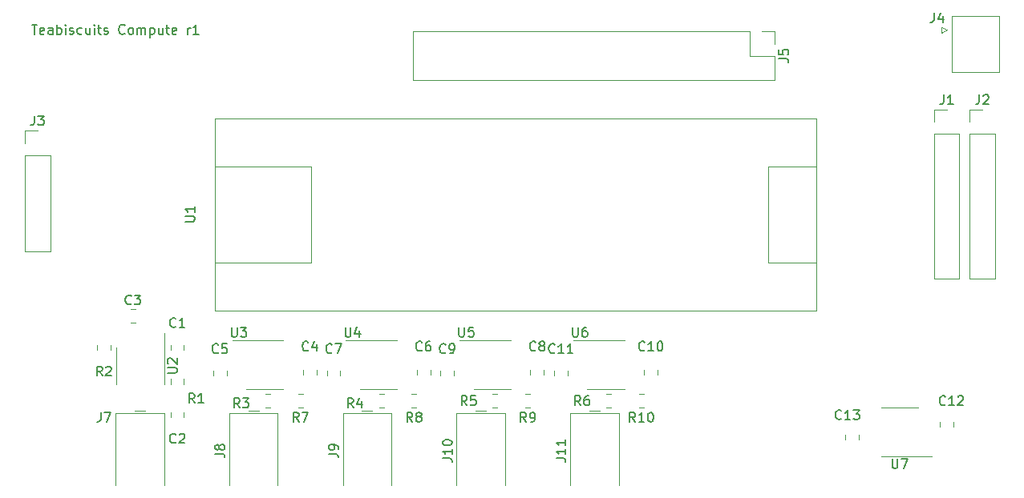
<source format=gto>
G04 #@! TF.GenerationSoftware,KiCad,Pcbnew,5.1.5*
G04 #@! TF.CreationDate,2020-07-14T01:00:17+09:00*
G04 #@! TF.ProjectId,teabiscuits_compute,74656162-6973-4637-9569-74735f636f6d,rev?*
G04 #@! TF.SameCoordinates,Original*
G04 #@! TF.FileFunction,Legend,Top*
G04 #@! TF.FilePolarity,Positive*
%FSLAX46Y46*%
G04 Gerber Fmt 4.6, Leading zero omitted, Abs format (unit mm)*
G04 Created by KiCad (PCBNEW 5.1.5) date 2020-07-14 01:00:17*
%MOMM*%
%LPD*%
G04 APERTURE LIST*
%ADD10C,0.150000*%
%ADD11C,0.120000*%
G04 APERTURE END LIST*
D10*
X112642857Y-99202380D02*
X113214285Y-99202380D01*
X112928571Y-100202380D02*
X112928571Y-99202380D01*
X113928571Y-100154761D02*
X113833333Y-100202380D01*
X113642857Y-100202380D01*
X113547619Y-100154761D01*
X113500000Y-100059523D01*
X113500000Y-99678571D01*
X113547619Y-99583333D01*
X113642857Y-99535714D01*
X113833333Y-99535714D01*
X113928571Y-99583333D01*
X113976190Y-99678571D01*
X113976190Y-99773809D01*
X113500000Y-99869047D01*
X114833333Y-100202380D02*
X114833333Y-99678571D01*
X114785714Y-99583333D01*
X114690476Y-99535714D01*
X114500000Y-99535714D01*
X114404761Y-99583333D01*
X114833333Y-100154761D02*
X114738095Y-100202380D01*
X114500000Y-100202380D01*
X114404761Y-100154761D01*
X114357142Y-100059523D01*
X114357142Y-99964285D01*
X114404761Y-99869047D01*
X114500000Y-99821428D01*
X114738095Y-99821428D01*
X114833333Y-99773809D01*
X115309523Y-100202380D02*
X115309523Y-99202380D01*
X115309523Y-99583333D02*
X115404761Y-99535714D01*
X115595238Y-99535714D01*
X115690476Y-99583333D01*
X115738095Y-99630952D01*
X115785714Y-99726190D01*
X115785714Y-100011904D01*
X115738095Y-100107142D01*
X115690476Y-100154761D01*
X115595238Y-100202380D01*
X115404761Y-100202380D01*
X115309523Y-100154761D01*
X116214285Y-100202380D02*
X116214285Y-99535714D01*
X116214285Y-99202380D02*
X116166666Y-99250000D01*
X116214285Y-99297619D01*
X116261904Y-99250000D01*
X116214285Y-99202380D01*
X116214285Y-99297619D01*
X116642857Y-100154761D02*
X116738095Y-100202380D01*
X116928571Y-100202380D01*
X117023809Y-100154761D01*
X117071428Y-100059523D01*
X117071428Y-100011904D01*
X117023809Y-99916666D01*
X116928571Y-99869047D01*
X116785714Y-99869047D01*
X116690476Y-99821428D01*
X116642857Y-99726190D01*
X116642857Y-99678571D01*
X116690476Y-99583333D01*
X116785714Y-99535714D01*
X116928571Y-99535714D01*
X117023809Y-99583333D01*
X117928571Y-100154761D02*
X117833333Y-100202380D01*
X117642857Y-100202380D01*
X117547619Y-100154761D01*
X117500000Y-100107142D01*
X117452380Y-100011904D01*
X117452380Y-99726190D01*
X117500000Y-99630952D01*
X117547619Y-99583333D01*
X117642857Y-99535714D01*
X117833333Y-99535714D01*
X117928571Y-99583333D01*
X118785714Y-99535714D02*
X118785714Y-100202380D01*
X118357142Y-99535714D02*
X118357142Y-100059523D01*
X118404761Y-100154761D01*
X118500000Y-100202380D01*
X118642857Y-100202380D01*
X118738095Y-100154761D01*
X118785714Y-100107142D01*
X119261904Y-100202380D02*
X119261904Y-99535714D01*
X119261904Y-99202380D02*
X119214285Y-99250000D01*
X119261904Y-99297619D01*
X119309523Y-99250000D01*
X119261904Y-99202380D01*
X119261904Y-99297619D01*
X119595238Y-99535714D02*
X119976190Y-99535714D01*
X119738095Y-99202380D02*
X119738095Y-100059523D01*
X119785714Y-100154761D01*
X119880952Y-100202380D01*
X119976190Y-100202380D01*
X120261904Y-100154761D02*
X120357142Y-100202380D01*
X120547619Y-100202380D01*
X120642857Y-100154761D01*
X120690476Y-100059523D01*
X120690476Y-100011904D01*
X120642857Y-99916666D01*
X120547619Y-99869047D01*
X120404761Y-99869047D01*
X120309523Y-99821428D01*
X120261904Y-99726190D01*
X120261904Y-99678571D01*
X120309523Y-99583333D01*
X120404761Y-99535714D01*
X120547619Y-99535714D01*
X120642857Y-99583333D01*
X122452380Y-100107142D02*
X122404761Y-100154761D01*
X122261904Y-100202380D01*
X122166666Y-100202380D01*
X122023809Y-100154761D01*
X121928571Y-100059523D01*
X121880952Y-99964285D01*
X121833333Y-99773809D01*
X121833333Y-99630952D01*
X121880952Y-99440476D01*
X121928571Y-99345238D01*
X122023809Y-99250000D01*
X122166666Y-99202380D01*
X122261904Y-99202380D01*
X122404761Y-99250000D01*
X122452380Y-99297619D01*
X123023809Y-100202380D02*
X122928571Y-100154761D01*
X122880952Y-100107142D01*
X122833333Y-100011904D01*
X122833333Y-99726190D01*
X122880952Y-99630952D01*
X122928571Y-99583333D01*
X123023809Y-99535714D01*
X123166666Y-99535714D01*
X123261904Y-99583333D01*
X123309523Y-99630952D01*
X123357142Y-99726190D01*
X123357142Y-100011904D01*
X123309523Y-100107142D01*
X123261904Y-100154761D01*
X123166666Y-100202380D01*
X123023809Y-100202380D01*
X123785714Y-100202380D02*
X123785714Y-99535714D01*
X123785714Y-99630952D02*
X123833333Y-99583333D01*
X123928571Y-99535714D01*
X124071428Y-99535714D01*
X124166666Y-99583333D01*
X124214285Y-99678571D01*
X124214285Y-100202380D01*
X124214285Y-99678571D02*
X124261904Y-99583333D01*
X124357142Y-99535714D01*
X124500000Y-99535714D01*
X124595238Y-99583333D01*
X124642857Y-99678571D01*
X124642857Y-100202380D01*
X125119047Y-99535714D02*
X125119047Y-100535714D01*
X125119047Y-99583333D02*
X125214285Y-99535714D01*
X125404761Y-99535714D01*
X125500000Y-99583333D01*
X125547619Y-99630952D01*
X125595238Y-99726190D01*
X125595238Y-100011904D01*
X125547619Y-100107142D01*
X125500000Y-100154761D01*
X125404761Y-100202380D01*
X125214285Y-100202380D01*
X125119047Y-100154761D01*
X126452380Y-99535714D02*
X126452380Y-100202380D01*
X126023809Y-99535714D02*
X126023809Y-100059523D01*
X126071428Y-100154761D01*
X126166666Y-100202380D01*
X126309523Y-100202380D01*
X126404761Y-100154761D01*
X126452380Y-100107142D01*
X126785714Y-99535714D02*
X127166666Y-99535714D01*
X126928571Y-99202380D02*
X126928571Y-100059523D01*
X126976190Y-100154761D01*
X127071428Y-100202380D01*
X127166666Y-100202380D01*
X127880952Y-100154761D02*
X127785714Y-100202380D01*
X127595238Y-100202380D01*
X127500000Y-100154761D01*
X127452380Y-100059523D01*
X127452380Y-99678571D01*
X127500000Y-99583333D01*
X127595238Y-99535714D01*
X127785714Y-99535714D01*
X127880952Y-99583333D01*
X127928571Y-99678571D01*
X127928571Y-99773809D01*
X127452380Y-99869047D01*
X129119047Y-100202380D02*
X129119047Y-99535714D01*
X129119047Y-99726190D02*
X129166666Y-99630952D01*
X129214285Y-99583333D01*
X129309523Y-99535714D01*
X129404761Y-99535714D01*
X130261904Y-100202380D02*
X129690476Y-100202380D01*
X129976190Y-100202380D02*
X129976190Y-99202380D01*
X129880952Y-99345238D01*
X129785714Y-99440476D01*
X129690476Y-99488095D01*
D11*
X145210000Y-136321078D02*
X145210000Y-135803922D01*
X143790000Y-136321078D02*
X143790000Y-135803922D01*
X204250000Y-144810000D02*
X207700000Y-144810000D01*
X204250000Y-144810000D02*
X202300000Y-144810000D01*
X204250000Y-139690000D02*
X206200000Y-139690000D01*
X204250000Y-139690000D02*
X202300000Y-139690000D01*
X198540000Y-142553922D02*
X198540000Y-143071078D01*
X199960000Y-142553922D02*
X199960000Y-143071078D01*
X209960000Y-141758578D02*
X209960000Y-141241422D01*
X208540000Y-141758578D02*
X208540000Y-141241422D01*
X176741422Y-139710000D02*
X177258578Y-139710000D01*
X176741422Y-138290000D02*
X177258578Y-138290000D01*
X164741422Y-139710000D02*
X165258578Y-139710000D01*
X164741422Y-138290000D02*
X165258578Y-138290000D01*
X152741422Y-139710000D02*
X153258578Y-139710000D01*
X152741422Y-138290000D02*
X153258578Y-138290000D01*
X169210000Y-136321078D02*
X169210000Y-135803922D01*
X167790000Y-136321078D02*
X167790000Y-135803922D01*
X157210000Y-136321078D02*
X157210000Y-135803922D01*
X155790000Y-136321078D02*
X155790000Y-135803922D01*
X178710000Y-135678922D02*
X178710000Y-136196078D01*
X177290000Y-135678922D02*
X177290000Y-136196078D01*
X166710000Y-135678922D02*
X166710000Y-136196078D01*
X165290000Y-135678922D02*
X165290000Y-136196078D01*
X154710000Y-135678922D02*
X154710000Y-136196078D01*
X153290000Y-135678922D02*
X153290000Y-136196078D01*
X171510000Y-140040000D02*
X172610000Y-140040000D01*
X174620000Y-147940000D02*
X174620000Y-140240000D01*
X174620000Y-140240000D02*
X169500000Y-140240000D01*
X169500000Y-147940000D02*
X169500000Y-140240000D01*
X159510000Y-140040000D02*
X160610000Y-140040000D01*
X162620000Y-147940000D02*
X162620000Y-140240000D01*
X162620000Y-140240000D02*
X157500000Y-140240000D01*
X157500000Y-147940000D02*
X157500000Y-140240000D01*
X147510000Y-140040000D02*
X148610000Y-140040000D01*
X150620000Y-147940000D02*
X150620000Y-140240000D01*
X150620000Y-140240000D02*
X145500000Y-140240000D01*
X145500000Y-147940000D02*
X145500000Y-140240000D01*
X173303922Y-138290000D02*
X173821078Y-138290000D01*
X173303922Y-139710000D02*
X173821078Y-139710000D01*
X161303922Y-138290000D02*
X161821078Y-138290000D01*
X161303922Y-139710000D02*
X161821078Y-139710000D01*
X149303922Y-138290000D02*
X149821078Y-138290000D01*
X149303922Y-139710000D02*
X149821078Y-139710000D01*
X173250000Y-137715000D02*
X175200000Y-137715000D01*
X173250000Y-137715000D02*
X171300000Y-137715000D01*
X173250000Y-132595000D02*
X175200000Y-132595000D01*
X173250000Y-132595000D02*
X169800000Y-132595000D01*
X161250000Y-137715000D02*
X163200000Y-137715000D01*
X161250000Y-137715000D02*
X159300000Y-137715000D01*
X161250000Y-132595000D02*
X163200000Y-132595000D01*
X161250000Y-132595000D02*
X157800000Y-132595000D01*
X149250000Y-137715000D02*
X151200000Y-137715000D01*
X149250000Y-137715000D02*
X147300000Y-137715000D01*
X149250000Y-132595000D02*
X151200000Y-132595000D01*
X149250000Y-132595000D02*
X145800000Y-132595000D01*
X128710000Y-133571078D02*
X128710000Y-133053922D01*
X127290000Y-133571078D02*
X127290000Y-133053922D01*
X128710000Y-140178922D02*
X128710000Y-140696078D01*
X127290000Y-140178922D02*
X127290000Y-140696078D01*
X123053922Y-130710000D02*
X123571078Y-130710000D01*
X123053922Y-129290000D02*
X123571078Y-129290000D01*
X141290000Y-135678922D02*
X141290000Y-136196078D01*
X142710000Y-135678922D02*
X142710000Y-136196078D01*
X131790000Y-136321078D02*
X131790000Y-135803922D01*
X133210000Y-136321078D02*
X133210000Y-135803922D01*
X207920000Y-126070000D02*
X210580000Y-126070000D01*
X207920000Y-110770000D02*
X207920000Y-126070000D01*
X210580000Y-110770000D02*
X210580000Y-126070000D01*
X207920000Y-110770000D02*
X210580000Y-110770000D01*
X207920000Y-109500000D02*
X207920000Y-108170000D01*
X207920000Y-108170000D02*
X209250000Y-108170000D01*
X211670000Y-108170000D02*
X213000000Y-108170000D01*
X211670000Y-109500000D02*
X211670000Y-108170000D01*
X211670000Y-110770000D02*
X214330000Y-110770000D01*
X214330000Y-110770000D02*
X214330000Y-126070000D01*
X211670000Y-110770000D02*
X211670000Y-126070000D01*
X211670000Y-126070000D02*
X214330000Y-126070000D01*
X111920000Y-123200000D02*
X114580000Y-123200000D01*
X111920000Y-112980000D02*
X111920000Y-123200000D01*
X114580000Y-112980000D02*
X114580000Y-123200000D01*
X111920000Y-112980000D02*
X114580000Y-112980000D01*
X111920000Y-111710000D02*
X111920000Y-110380000D01*
X111920000Y-110380000D02*
X113250000Y-110380000D01*
X208650000Y-100050000D02*
X209250000Y-99750000D01*
X208650000Y-99450000D02*
X208650000Y-100050000D01*
X209250000Y-99750000D02*
X208650000Y-99450000D01*
X209750000Y-98250000D02*
X209750000Y-104250000D01*
X209750000Y-104250000D02*
X214750000Y-104250000D01*
X214750000Y-104250000D02*
X214750000Y-98250000D01*
X214750000Y-98250000D02*
X209750000Y-98250000D01*
X152860000Y-99880000D02*
X152860000Y-105080000D01*
X188480000Y-99880000D02*
X152860000Y-99880000D01*
X191080000Y-105080000D02*
X152860000Y-105080000D01*
X188480000Y-99880000D02*
X188480000Y-102480000D01*
X188480000Y-102480000D02*
X191080000Y-102480000D01*
X191080000Y-102480000D02*
X191080000Y-105080000D01*
X189750000Y-99880000D02*
X191080000Y-99880000D01*
X191080000Y-99880000D02*
X191080000Y-101210000D01*
X121500000Y-147940000D02*
X121500000Y-140240000D01*
X126620000Y-140240000D02*
X121500000Y-140240000D01*
X126620000Y-147940000D02*
X126620000Y-140240000D01*
X123510000Y-140040000D02*
X124610000Y-140040000D01*
X133500000Y-147940000D02*
X133500000Y-140240000D01*
X138620000Y-140240000D02*
X133500000Y-140240000D01*
X138620000Y-147940000D02*
X138620000Y-140240000D01*
X135510000Y-140040000D02*
X136610000Y-140040000D01*
X127290000Y-137196078D02*
X127290000Y-136678922D01*
X128710000Y-137196078D02*
X128710000Y-136678922D01*
X120960000Y-133571078D02*
X120960000Y-133053922D01*
X119540000Y-133571078D02*
X119540000Y-133053922D01*
X137303922Y-139710000D02*
X137821078Y-139710000D01*
X137303922Y-138290000D02*
X137821078Y-138290000D01*
X140741422Y-138290000D02*
X141258578Y-138290000D01*
X140741422Y-139710000D02*
X141258578Y-139710000D01*
X131940000Y-109090000D02*
X195440000Y-109090000D01*
X131940000Y-109090000D02*
X131940000Y-129410000D01*
X131940000Y-129410000D02*
X195440000Y-129410000D01*
X195440000Y-129410000D02*
X195440000Y-109090000D01*
X195440000Y-114170000D02*
X190360000Y-114170000D01*
X190360000Y-114170000D02*
X190360000Y-124330000D01*
X190360000Y-124330000D02*
X195440000Y-124330000D01*
X131940000Y-114170000D02*
X142100000Y-114170000D01*
X142100000Y-114170000D02*
X142100000Y-124330000D01*
X142100000Y-124330000D02*
X131940000Y-124330000D01*
X121555000Y-135275000D02*
X121555000Y-137225000D01*
X121555000Y-135275000D02*
X121555000Y-133325000D01*
X126675000Y-135275000D02*
X126675000Y-137225000D01*
X126675000Y-135275000D02*
X126675000Y-131825000D01*
X137250000Y-132595000D02*
X133800000Y-132595000D01*
X137250000Y-132595000D02*
X139200000Y-132595000D01*
X137250000Y-137715000D02*
X135300000Y-137715000D01*
X137250000Y-137715000D02*
X139200000Y-137715000D01*
D10*
X144333333Y-133857142D02*
X144285714Y-133904761D01*
X144142857Y-133952380D01*
X144047619Y-133952380D01*
X143904761Y-133904761D01*
X143809523Y-133809523D01*
X143761904Y-133714285D01*
X143714285Y-133523809D01*
X143714285Y-133380952D01*
X143761904Y-133190476D01*
X143809523Y-133095238D01*
X143904761Y-133000000D01*
X144047619Y-132952380D01*
X144142857Y-132952380D01*
X144285714Y-133000000D01*
X144333333Y-133047619D01*
X144666666Y-132952380D02*
X145333333Y-132952380D01*
X144904761Y-133952380D01*
X203488095Y-145102380D02*
X203488095Y-145911904D01*
X203535714Y-146007142D01*
X203583333Y-146054761D01*
X203678571Y-146102380D01*
X203869047Y-146102380D01*
X203964285Y-146054761D01*
X204011904Y-146007142D01*
X204059523Y-145911904D01*
X204059523Y-145102380D01*
X204440476Y-145102380D02*
X205107142Y-145102380D01*
X204678571Y-146102380D01*
X198107142Y-140857142D02*
X198059523Y-140904761D01*
X197916666Y-140952380D01*
X197821428Y-140952380D01*
X197678571Y-140904761D01*
X197583333Y-140809523D01*
X197535714Y-140714285D01*
X197488095Y-140523809D01*
X197488095Y-140380952D01*
X197535714Y-140190476D01*
X197583333Y-140095238D01*
X197678571Y-140000000D01*
X197821428Y-139952380D01*
X197916666Y-139952380D01*
X198059523Y-140000000D01*
X198107142Y-140047619D01*
X199059523Y-140952380D02*
X198488095Y-140952380D01*
X198773809Y-140952380D02*
X198773809Y-139952380D01*
X198678571Y-140095238D01*
X198583333Y-140190476D01*
X198488095Y-140238095D01*
X199392857Y-139952380D02*
X200011904Y-139952380D01*
X199678571Y-140333333D01*
X199821428Y-140333333D01*
X199916666Y-140380952D01*
X199964285Y-140428571D01*
X200011904Y-140523809D01*
X200011904Y-140761904D01*
X199964285Y-140857142D01*
X199916666Y-140904761D01*
X199821428Y-140952380D01*
X199535714Y-140952380D01*
X199440476Y-140904761D01*
X199392857Y-140857142D01*
X209107142Y-139357142D02*
X209059523Y-139404761D01*
X208916666Y-139452380D01*
X208821428Y-139452380D01*
X208678571Y-139404761D01*
X208583333Y-139309523D01*
X208535714Y-139214285D01*
X208488095Y-139023809D01*
X208488095Y-138880952D01*
X208535714Y-138690476D01*
X208583333Y-138595238D01*
X208678571Y-138500000D01*
X208821428Y-138452380D01*
X208916666Y-138452380D01*
X209059523Y-138500000D01*
X209107142Y-138547619D01*
X210059523Y-139452380D02*
X209488095Y-139452380D01*
X209773809Y-139452380D02*
X209773809Y-138452380D01*
X209678571Y-138595238D01*
X209583333Y-138690476D01*
X209488095Y-138738095D01*
X210440476Y-138547619D02*
X210488095Y-138500000D01*
X210583333Y-138452380D01*
X210821428Y-138452380D01*
X210916666Y-138500000D01*
X210964285Y-138547619D01*
X211011904Y-138642857D01*
X211011904Y-138738095D01*
X210964285Y-138880952D01*
X210392857Y-139452380D01*
X211011904Y-139452380D01*
X176357142Y-141202380D02*
X176023809Y-140726190D01*
X175785714Y-141202380D02*
X175785714Y-140202380D01*
X176166666Y-140202380D01*
X176261904Y-140250000D01*
X176309523Y-140297619D01*
X176357142Y-140392857D01*
X176357142Y-140535714D01*
X176309523Y-140630952D01*
X176261904Y-140678571D01*
X176166666Y-140726190D01*
X175785714Y-140726190D01*
X177309523Y-141202380D02*
X176738095Y-141202380D01*
X177023809Y-141202380D02*
X177023809Y-140202380D01*
X176928571Y-140345238D01*
X176833333Y-140440476D01*
X176738095Y-140488095D01*
X177928571Y-140202380D02*
X178023809Y-140202380D01*
X178119047Y-140250000D01*
X178166666Y-140297619D01*
X178214285Y-140392857D01*
X178261904Y-140583333D01*
X178261904Y-140821428D01*
X178214285Y-141011904D01*
X178166666Y-141107142D01*
X178119047Y-141154761D01*
X178023809Y-141202380D01*
X177928571Y-141202380D01*
X177833333Y-141154761D01*
X177785714Y-141107142D01*
X177738095Y-141011904D01*
X177690476Y-140821428D01*
X177690476Y-140583333D01*
X177738095Y-140392857D01*
X177785714Y-140297619D01*
X177833333Y-140250000D01*
X177928571Y-140202380D01*
X164833333Y-141202380D02*
X164500000Y-140726190D01*
X164261904Y-141202380D02*
X164261904Y-140202380D01*
X164642857Y-140202380D01*
X164738095Y-140250000D01*
X164785714Y-140297619D01*
X164833333Y-140392857D01*
X164833333Y-140535714D01*
X164785714Y-140630952D01*
X164738095Y-140678571D01*
X164642857Y-140726190D01*
X164261904Y-140726190D01*
X165309523Y-141202380D02*
X165500000Y-141202380D01*
X165595238Y-141154761D01*
X165642857Y-141107142D01*
X165738095Y-140964285D01*
X165785714Y-140773809D01*
X165785714Y-140392857D01*
X165738095Y-140297619D01*
X165690476Y-140250000D01*
X165595238Y-140202380D01*
X165404761Y-140202380D01*
X165309523Y-140250000D01*
X165261904Y-140297619D01*
X165214285Y-140392857D01*
X165214285Y-140630952D01*
X165261904Y-140726190D01*
X165309523Y-140773809D01*
X165404761Y-140821428D01*
X165595238Y-140821428D01*
X165690476Y-140773809D01*
X165738095Y-140726190D01*
X165785714Y-140630952D01*
X152833333Y-141202380D02*
X152500000Y-140726190D01*
X152261904Y-141202380D02*
X152261904Y-140202380D01*
X152642857Y-140202380D01*
X152738095Y-140250000D01*
X152785714Y-140297619D01*
X152833333Y-140392857D01*
X152833333Y-140535714D01*
X152785714Y-140630952D01*
X152738095Y-140678571D01*
X152642857Y-140726190D01*
X152261904Y-140726190D01*
X153404761Y-140630952D02*
X153309523Y-140583333D01*
X153261904Y-140535714D01*
X153214285Y-140440476D01*
X153214285Y-140392857D01*
X153261904Y-140297619D01*
X153309523Y-140250000D01*
X153404761Y-140202380D01*
X153595238Y-140202380D01*
X153690476Y-140250000D01*
X153738095Y-140297619D01*
X153785714Y-140392857D01*
X153785714Y-140440476D01*
X153738095Y-140535714D01*
X153690476Y-140583333D01*
X153595238Y-140630952D01*
X153404761Y-140630952D01*
X153309523Y-140678571D01*
X153261904Y-140726190D01*
X153214285Y-140821428D01*
X153214285Y-141011904D01*
X153261904Y-141107142D01*
X153309523Y-141154761D01*
X153404761Y-141202380D01*
X153595238Y-141202380D01*
X153690476Y-141154761D01*
X153738095Y-141107142D01*
X153785714Y-141011904D01*
X153785714Y-140821428D01*
X153738095Y-140726190D01*
X153690476Y-140678571D01*
X153595238Y-140630952D01*
X167857142Y-133857142D02*
X167809523Y-133904761D01*
X167666666Y-133952380D01*
X167571428Y-133952380D01*
X167428571Y-133904761D01*
X167333333Y-133809523D01*
X167285714Y-133714285D01*
X167238095Y-133523809D01*
X167238095Y-133380952D01*
X167285714Y-133190476D01*
X167333333Y-133095238D01*
X167428571Y-133000000D01*
X167571428Y-132952380D01*
X167666666Y-132952380D01*
X167809523Y-133000000D01*
X167857142Y-133047619D01*
X168809523Y-133952380D02*
X168238095Y-133952380D01*
X168523809Y-133952380D02*
X168523809Y-132952380D01*
X168428571Y-133095238D01*
X168333333Y-133190476D01*
X168238095Y-133238095D01*
X169761904Y-133952380D02*
X169190476Y-133952380D01*
X169476190Y-133952380D02*
X169476190Y-132952380D01*
X169380952Y-133095238D01*
X169285714Y-133190476D01*
X169190476Y-133238095D01*
X156333333Y-133857142D02*
X156285714Y-133904761D01*
X156142857Y-133952380D01*
X156047619Y-133952380D01*
X155904761Y-133904761D01*
X155809523Y-133809523D01*
X155761904Y-133714285D01*
X155714285Y-133523809D01*
X155714285Y-133380952D01*
X155761904Y-133190476D01*
X155809523Y-133095238D01*
X155904761Y-133000000D01*
X156047619Y-132952380D01*
X156142857Y-132952380D01*
X156285714Y-133000000D01*
X156333333Y-133047619D01*
X156809523Y-133952380D02*
X157000000Y-133952380D01*
X157095238Y-133904761D01*
X157142857Y-133857142D01*
X157238095Y-133714285D01*
X157285714Y-133523809D01*
X157285714Y-133142857D01*
X157238095Y-133047619D01*
X157190476Y-133000000D01*
X157095238Y-132952380D01*
X156904761Y-132952380D01*
X156809523Y-133000000D01*
X156761904Y-133047619D01*
X156714285Y-133142857D01*
X156714285Y-133380952D01*
X156761904Y-133476190D01*
X156809523Y-133523809D01*
X156904761Y-133571428D01*
X157095238Y-133571428D01*
X157190476Y-133523809D01*
X157238095Y-133476190D01*
X157285714Y-133380952D01*
X177357142Y-133607142D02*
X177309523Y-133654761D01*
X177166666Y-133702380D01*
X177071428Y-133702380D01*
X176928571Y-133654761D01*
X176833333Y-133559523D01*
X176785714Y-133464285D01*
X176738095Y-133273809D01*
X176738095Y-133130952D01*
X176785714Y-132940476D01*
X176833333Y-132845238D01*
X176928571Y-132750000D01*
X177071428Y-132702380D01*
X177166666Y-132702380D01*
X177309523Y-132750000D01*
X177357142Y-132797619D01*
X178309523Y-133702380D02*
X177738095Y-133702380D01*
X178023809Y-133702380D02*
X178023809Y-132702380D01*
X177928571Y-132845238D01*
X177833333Y-132940476D01*
X177738095Y-132988095D01*
X178928571Y-132702380D02*
X179023809Y-132702380D01*
X179119047Y-132750000D01*
X179166666Y-132797619D01*
X179214285Y-132892857D01*
X179261904Y-133083333D01*
X179261904Y-133321428D01*
X179214285Y-133511904D01*
X179166666Y-133607142D01*
X179119047Y-133654761D01*
X179023809Y-133702380D01*
X178928571Y-133702380D01*
X178833333Y-133654761D01*
X178785714Y-133607142D01*
X178738095Y-133511904D01*
X178690476Y-133321428D01*
X178690476Y-133083333D01*
X178738095Y-132892857D01*
X178785714Y-132797619D01*
X178833333Y-132750000D01*
X178928571Y-132702380D01*
X165833333Y-133607142D02*
X165785714Y-133654761D01*
X165642857Y-133702380D01*
X165547619Y-133702380D01*
X165404761Y-133654761D01*
X165309523Y-133559523D01*
X165261904Y-133464285D01*
X165214285Y-133273809D01*
X165214285Y-133130952D01*
X165261904Y-132940476D01*
X165309523Y-132845238D01*
X165404761Y-132750000D01*
X165547619Y-132702380D01*
X165642857Y-132702380D01*
X165785714Y-132750000D01*
X165833333Y-132797619D01*
X166404761Y-133130952D02*
X166309523Y-133083333D01*
X166261904Y-133035714D01*
X166214285Y-132940476D01*
X166214285Y-132892857D01*
X166261904Y-132797619D01*
X166309523Y-132750000D01*
X166404761Y-132702380D01*
X166595238Y-132702380D01*
X166690476Y-132750000D01*
X166738095Y-132797619D01*
X166785714Y-132892857D01*
X166785714Y-132940476D01*
X166738095Y-133035714D01*
X166690476Y-133083333D01*
X166595238Y-133130952D01*
X166404761Y-133130952D01*
X166309523Y-133178571D01*
X166261904Y-133226190D01*
X166214285Y-133321428D01*
X166214285Y-133511904D01*
X166261904Y-133607142D01*
X166309523Y-133654761D01*
X166404761Y-133702380D01*
X166595238Y-133702380D01*
X166690476Y-133654761D01*
X166738095Y-133607142D01*
X166785714Y-133511904D01*
X166785714Y-133321428D01*
X166738095Y-133226190D01*
X166690476Y-133178571D01*
X166595238Y-133130952D01*
X153833333Y-133607142D02*
X153785714Y-133654761D01*
X153642857Y-133702380D01*
X153547619Y-133702380D01*
X153404761Y-133654761D01*
X153309523Y-133559523D01*
X153261904Y-133464285D01*
X153214285Y-133273809D01*
X153214285Y-133130952D01*
X153261904Y-132940476D01*
X153309523Y-132845238D01*
X153404761Y-132750000D01*
X153547619Y-132702380D01*
X153642857Y-132702380D01*
X153785714Y-132750000D01*
X153833333Y-132797619D01*
X154690476Y-132702380D02*
X154500000Y-132702380D01*
X154404761Y-132750000D01*
X154357142Y-132797619D01*
X154261904Y-132940476D01*
X154214285Y-133130952D01*
X154214285Y-133511904D01*
X154261904Y-133607142D01*
X154309523Y-133654761D01*
X154404761Y-133702380D01*
X154595238Y-133702380D01*
X154690476Y-133654761D01*
X154738095Y-133607142D01*
X154785714Y-133511904D01*
X154785714Y-133273809D01*
X154738095Y-133178571D01*
X154690476Y-133130952D01*
X154595238Y-133083333D01*
X154404761Y-133083333D01*
X154309523Y-133130952D01*
X154261904Y-133178571D01*
X154214285Y-133273809D01*
X168012380Y-145059523D02*
X168726666Y-145059523D01*
X168869523Y-145107142D01*
X168964761Y-145202380D01*
X169012380Y-145345238D01*
X169012380Y-145440476D01*
X169012380Y-144059523D02*
X169012380Y-144630952D01*
X169012380Y-144345238D02*
X168012380Y-144345238D01*
X168155238Y-144440476D01*
X168250476Y-144535714D01*
X168298095Y-144630952D01*
X169012380Y-143107142D02*
X169012380Y-143678571D01*
X169012380Y-143392857D02*
X168012380Y-143392857D01*
X168155238Y-143488095D01*
X168250476Y-143583333D01*
X168298095Y-143678571D01*
X156012380Y-145059523D02*
X156726666Y-145059523D01*
X156869523Y-145107142D01*
X156964761Y-145202380D01*
X157012380Y-145345238D01*
X157012380Y-145440476D01*
X157012380Y-144059523D02*
X157012380Y-144630952D01*
X157012380Y-144345238D02*
X156012380Y-144345238D01*
X156155238Y-144440476D01*
X156250476Y-144535714D01*
X156298095Y-144630952D01*
X156012380Y-143440476D02*
X156012380Y-143345238D01*
X156060000Y-143250000D01*
X156107619Y-143202380D01*
X156202857Y-143154761D01*
X156393333Y-143107142D01*
X156631428Y-143107142D01*
X156821904Y-143154761D01*
X156917142Y-143202380D01*
X156964761Y-143250000D01*
X157012380Y-143345238D01*
X157012380Y-143440476D01*
X156964761Y-143535714D01*
X156917142Y-143583333D01*
X156821904Y-143630952D01*
X156631428Y-143678571D01*
X156393333Y-143678571D01*
X156202857Y-143630952D01*
X156107619Y-143583333D01*
X156060000Y-143535714D01*
X156012380Y-143440476D01*
X144012380Y-144583333D02*
X144726666Y-144583333D01*
X144869523Y-144630952D01*
X144964761Y-144726190D01*
X145012380Y-144869047D01*
X145012380Y-144964285D01*
X145012380Y-144059523D02*
X145012380Y-143869047D01*
X144964761Y-143773809D01*
X144917142Y-143726190D01*
X144774285Y-143630952D01*
X144583809Y-143583333D01*
X144202857Y-143583333D01*
X144107619Y-143630952D01*
X144060000Y-143678571D01*
X144012380Y-143773809D01*
X144012380Y-143964285D01*
X144060000Y-144059523D01*
X144107619Y-144107142D01*
X144202857Y-144154761D01*
X144440952Y-144154761D01*
X144536190Y-144107142D01*
X144583809Y-144059523D01*
X144631428Y-143964285D01*
X144631428Y-143773809D01*
X144583809Y-143678571D01*
X144536190Y-143630952D01*
X144440952Y-143583333D01*
X170583333Y-139452380D02*
X170250000Y-138976190D01*
X170011904Y-139452380D02*
X170011904Y-138452380D01*
X170392857Y-138452380D01*
X170488095Y-138500000D01*
X170535714Y-138547619D01*
X170583333Y-138642857D01*
X170583333Y-138785714D01*
X170535714Y-138880952D01*
X170488095Y-138928571D01*
X170392857Y-138976190D01*
X170011904Y-138976190D01*
X171440476Y-138452380D02*
X171250000Y-138452380D01*
X171154761Y-138500000D01*
X171107142Y-138547619D01*
X171011904Y-138690476D01*
X170964285Y-138880952D01*
X170964285Y-139261904D01*
X171011904Y-139357142D01*
X171059523Y-139404761D01*
X171154761Y-139452380D01*
X171345238Y-139452380D01*
X171440476Y-139404761D01*
X171488095Y-139357142D01*
X171535714Y-139261904D01*
X171535714Y-139023809D01*
X171488095Y-138928571D01*
X171440476Y-138880952D01*
X171345238Y-138833333D01*
X171154761Y-138833333D01*
X171059523Y-138880952D01*
X171011904Y-138928571D01*
X170964285Y-139023809D01*
X158583333Y-139452380D02*
X158250000Y-138976190D01*
X158011904Y-139452380D02*
X158011904Y-138452380D01*
X158392857Y-138452380D01*
X158488095Y-138500000D01*
X158535714Y-138547619D01*
X158583333Y-138642857D01*
X158583333Y-138785714D01*
X158535714Y-138880952D01*
X158488095Y-138928571D01*
X158392857Y-138976190D01*
X158011904Y-138976190D01*
X159488095Y-138452380D02*
X159011904Y-138452380D01*
X158964285Y-138928571D01*
X159011904Y-138880952D01*
X159107142Y-138833333D01*
X159345238Y-138833333D01*
X159440476Y-138880952D01*
X159488095Y-138928571D01*
X159535714Y-139023809D01*
X159535714Y-139261904D01*
X159488095Y-139357142D01*
X159440476Y-139404761D01*
X159345238Y-139452380D01*
X159107142Y-139452380D01*
X159011904Y-139404761D01*
X158964285Y-139357142D01*
X146583333Y-139702380D02*
X146250000Y-139226190D01*
X146011904Y-139702380D02*
X146011904Y-138702380D01*
X146392857Y-138702380D01*
X146488095Y-138750000D01*
X146535714Y-138797619D01*
X146583333Y-138892857D01*
X146583333Y-139035714D01*
X146535714Y-139130952D01*
X146488095Y-139178571D01*
X146392857Y-139226190D01*
X146011904Y-139226190D01*
X147440476Y-139035714D02*
X147440476Y-139702380D01*
X147202380Y-138654761D02*
X146964285Y-139369047D01*
X147583333Y-139369047D01*
X169738095Y-131207380D02*
X169738095Y-132016904D01*
X169785714Y-132112142D01*
X169833333Y-132159761D01*
X169928571Y-132207380D01*
X170119047Y-132207380D01*
X170214285Y-132159761D01*
X170261904Y-132112142D01*
X170309523Y-132016904D01*
X170309523Y-131207380D01*
X171214285Y-131207380D02*
X171023809Y-131207380D01*
X170928571Y-131255000D01*
X170880952Y-131302619D01*
X170785714Y-131445476D01*
X170738095Y-131635952D01*
X170738095Y-132016904D01*
X170785714Y-132112142D01*
X170833333Y-132159761D01*
X170928571Y-132207380D01*
X171119047Y-132207380D01*
X171214285Y-132159761D01*
X171261904Y-132112142D01*
X171309523Y-132016904D01*
X171309523Y-131778809D01*
X171261904Y-131683571D01*
X171214285Y-131635952D01*
X171119047Y-131588333D01*
X170928571Y-131588333D01*
X170833333Y-131635952D01*
X170785714Y-131683571D01*
X170738095Y-131778809D01*
X157738095Y-131207380D02*
X157738095Y-132016904D01*
X157785714Y-132112142D01*
X157833333Y-132159761D01*
X157928571Y-132207380D01*
X158119047Y-132207380D01*
X158214285Y-132159761D01*
X158261904Y-132112142D01*
X158309523Y-132016904D01*
X158309523Y-131207380D01*
X159261904Y-131207380D02*
X158785714Y-131207380D01*
X158738095Y-131683571D01*
X158785714Y-131635952D01*
X158880952Y-131588333D01*
X159119047Y-131588333D01*
X159214285Y-131635952D01*
X159261904Y-131683571D01*
X159309523Y-131778809D01*
X159309523Y-132016904D01*
X159261904Y-132112142D01*
X159214285Y-132159761D01*
X159119047Y-132207380D01*
X158880952Y-132207380D01*
X158785714Y-132159761D01*
X158738095Y-132112142D01*
X145738095Y-131207380D02*
X145738095Y-132016904D01*
X145785714Y-132112142D01*
X145833333Y-132159761D01*
X145928571Y-132207380D01*
X146119047Y-132207380D01*
X146214285Y-132159761D01*
X146261904Y-132112142D01*
X146309523Y-132016904D01*
X146309523Y-131207380D01*
X147214285Y-131540714D02*
X147214285Y-132207380D01*
X146976190Y-131159761D02*
X146738095Y-131874047D01*
X147357142Y-131874047D01*
X127833333Y-131107142D02*
X127785714Y-131154761D01*
X127642857Y-131202380D01*
X127547619Y-131202380D01*
X127404761Y-131154761D01*
X127309523Y-131059523D01*
X127261904Y-130964285D01*
X127214285Y-130773809D01*
X127214285Y-130630952D01*
X127261904Y-130440476D01*
X127309523Y-130345238D01*
X127404761Y-130250000D01*
X127547619Y-130202380D01*
X127642857Y-130202380D01*
X127785714Y-130250000D01*
X127833333Y-130297619D01*
X128785714Y-131202380D02*
X128214285Y-131202380D01*
X128500000Y-131202380D02*
X128500000Y-130202380D01*
X128404761Y-130345238D01*
X128309523Y-130440476D01*
X128214285Y-130488095D01*
X127833333Y-143357142D02*
X127785714Y-143404761D01*
X127642857Y-143452380D01*
X127547619Y-143452380D01*
X127404761Y-143404761D01*
X127309523Y-143309523D01*
X127261904Y-143214285D01*
X127214285Y-143023809D01*
X127214285Y-142880952D01*
X127261904Y-142690476D01*
X127309523Y-142595238D01*
X127404761Y-142500000D01*
X127547619Y-142452380D01*
X127642857Y-142452380D01*
X127785714Y-142500000D01*
X127833333Y-142547619D01*
X128214285Y-142547619D02*
X128261904Y-142500000D01*
X128357142Y-142452380D01*
X128595238Y-142452380D01*
X128690476Y-142500000D01*
X128738095Y-142547619D01*
X128785714Y-142642857D01*
X128785714Y-142738095D01*
X128738095Y-142880952D01*
X128166666Y-143452380D01*
X128785714Y-143452380D01*
X123145833Y-128707142D02*
X123098214Y-128754761D01*
X122955357Y-128802380D01*
X122860119Y-128802380D01*
X122717261Y-128754761D01*
X122622023Y-128659523D01*
X122574404Y-128564285D01*
X122526785Y-128373809D01*
X122526785Y-128230952D01*
X122574404Y-128040476D01*
X122622023Y-127945238D01*
X122717261Y-127850000D01*
X122860119Y-127802380D01*
X122955357Y-127802380D01*
X123098214Y-127850000D01*
X123145833Y-127897619D01*
X123479166Y-127802380D02*
X124098214Y-127802380D01*
X123764880Y-128183333D01*
X123907738Y-128183333D01*
X124002976Y-128230952D01*
X124050595Y-128278571D01*
X124098214Y-128373809D01*
X124098214Y-128611904D01*
X124050595Y-128707142D01*
X124002976Y-128754761D01*
X123907738Y-128802380D01*
X123622023Y-128802380D01*
X123526785Y-128754761D01*
X123479166Y-128707142D01*
X141833333Y-133607142D02*
X141785714Y-133654761D01*
X141642857Y-133702380D01*
X141547619Y-133702380D01*
X141404761Y-133654761D01*
X141309523Y-133559523D01*
X141261904Y-133464285D01*
X141214285Y-133273809D01*
X141214285Y-133130952D01*
X141261904Y-132940476D01*
X141309523Y-132845238D01*
X141404761Y-132750000D01*
X141547619Y-132702380D01*
X141642857Y-132702380D01*
X141785714Y-132750000D01*
X141833333Y-132797619D01*
X142690476Y-133035714D02*
X142690476Y-133702380D01*
X142452380Y-132654761D02*
X142214285Y-133369047D01*
X142833333Y-133369047D01*
X132333333Y-133857142D02*
X132285714Y-133904761D01*
X132142857Y-133952380D01*
X132047619Y-133952380D01*
X131904761Y-133904761D01*
X131809523Y-133809523D01*
X131761904Y-133714285D01*
X131714285Y-133523809D01*
X131714285Y-133380952D01*
X131761904Y-133190476D01*
X131809523Y-133095238D01*
X131904761Y-133000000D01*
X132047619Y-132952380D01*
X132142857Y-132952380D01*
X132285714Y-133000000D01*
X132333333Y-133047619D01*
X133238095Y-132952380D02*
X132761904Y-132952380D01*
X132714285Y-133428571D01*
X132761904Y-133380952D01*
X132857142Y-133333333D01*
X133095238Y-133333333D01*
X133190476Y-133380952D01*
X133238095Y-133428571D01*
X133285714Y-133523809D01*
X133285714Y-133761904D01*
X133238095Y-133857142D01*
X133190476Y-133904761D01*
X133095238Y-133952380D01*
X132857142Y-133952380D01*
X132761904Y-133904761D01*
X132714285Y-133857142D01*
X208916666Y-106622380D02*
X208916666Y-107336666D01*
X208869047Y-107479523D01*
X208773809Y-107574761D01*
X208630952Y-107622380D01*
X208535714Y-107622380D01*
X209916666Y-107622380D02*
X209345238Y-107622380D01*
X209630952Y-107622380D02*
X209630952Y-106622380D01*
X209535714Y-106765238D01*
X209440476Y-106860476D01*
X209345238Y-106908095D01*
X212666666Y-106622380D02*
X212666666Y-107336666D01*
X212619047Y-107479523D01*
X212523809Y-107574761D01*
X212380952Y-107622380D01*
X212285714Y-107622380D01*
X213095238Y-106717619D02*
X213142857Y-106670000D01*
X213238095Y-106622380D01*
X213476190Y-106622380D01*
X213571428Y-106670000D01*
X213619047Y-106717619D01*
X213666666Y-106812857D01*
X213666666Y-106908095D01*
X213619047Y-107050952D01*
X213047619Y-107622380D01*
X213666666Y-107622380D01*
X112916666Y-108832380D02*
X112916666Y-109546666D01*
X112869047Y-109689523D01*
X112773809Y-109784761D01*
X112630952Y-109832380D01*
X112535714Y-109832380D01*
X113297619Y-108832380D02*
X113916666Y-108832380D01*
X113583333Y-109213333D01*
X113726190Y-109213333D01*
X113821428Y-109260952D01*
X113869047Y-109308571D01*
X113916666Y-109403809D01*
X113916666Y-109641904D01*
X113869047Y-109737142D01*
X113821428Y-109784761D01*
X113726190Y-109832380D01*
X113440476Y-109832380D01*
X113345238Y-109784761D01*
X113297619Y-109737142D01*
X207916666Y-97952380D02*
X207916666Y-98666666D01*
X207869047Y-98809523D01*
X207773809Y-98904761D01*
X207630952Y-98952380D01*
X207535714Y-98952380D01*
X208821428Y-98285714D02*
X208821428Y-98952380D01*
X208583333Y-97904761D02*
X208345238Y-98619047D01*
X208964285Y-98619047D01*
X191532380Y-102813333D02*
X192246666Y-102813333D01*
X192389523Y-102860952D01*
X192484761Y-102956190D01*
X192532380Y-103099047D01*
X192532380Y-103194285D01*
X191532380Y-101860952D02*
X191532380Y-102337142D01*
X192008571Y-102384761D01*
X191960952Y-102337142D01*
X191913333Y-102241904D01*
X191913333Y-102003809D01*
X191960952Y-101908571D01*
X192008571Y-101860952D01*
X192103809Y-101813333D01*
X192341904Y-101813333D01*
X192437142Y-101860952D01*
X192484761Y-101908571D01*
X192532380Y-102003809D01*
X192532380Y-102241904D01*
X192484761Y-102337142D01*
X192437142Y-102384761D01*
X119916666Y-140202380D02*
X119916666Y-140916666D01*
X119869047Y-141059523D01*
X119773809Y-141154761D01*
X119630952Y-141202380D01*
X119535714Y-141202380D01*
X120297619Y-140202380D02*
X120964285Y-140202380D01*
X120535714Y-141202380D01*
X132012380Y-144583333D02*
X132726666Y-144583333D01*
X132869523Y-144630952D01*
X132964761Y-144726190D01*
X133012380Y-144869047D01*
X133012380Y-144964285D01*
X132440952Y-143964285D02*
X132393333Y-144059523D01*
X132345714Y-144107142D01*
X132250476Y-144154761D01*
X132202857Y-144154761D01*
X132107619Y-144107142D01*
X132060000Y-144059523D01*
X132012380Y-143964285D01*
X132012380Y-143773809D01*
X132060000Y-143678571D01*
X132107619Y-143630952D01*
X132202857Y-143583333D01*
X132250476Y-143583333D01*
X132345714Y-143630952D01*
X132393333Y-143678571D01*
X132440952Y-143773809D01*
X132440952Y-143964285D01*
X132488571Y-144059523D01*
X132536190Y-144107142D01*
X132631428Y-144154761D01*
X132821904Y-144154761D01*
X132917142Y-144107142D01*
X132964761Y-144059523D01*
X133012380Y-143964285D01*
X133012380Y-143773809D01*
X132964761Y-143678571D01*
X132917142Y-143630952D01*
X132821904Y-143583333D01*
X132631428Y-143583333D01*
X132536190Y-143630952D01*
X132488571Y-143678571D01*
X132440952Y-143773809D01*
X129833333Y-139202380D02*
X129500000Y-138726190D01*
X129261904Y-139202380D02*
X129261904Y-138202380D01*
X129642857Y-138202380D01*
X129738095Y-138250000D01*
X129785714Y-138297619D01*
X129833333Y-138392857D01*
X129833333Y-138535714D01*
X129785714Y-138630952D01*
X129738095Y-138678571D01*
X129642857Y-138726190D01*
X129261904Y-138726190D01*
X130785714Y-139202380D02*
X130214285Y-139202380D01*
X130500000Y-139202380D02*
X130500000Y-138202380D01*
X130404761Y-138345238D01*
X130309523Y-138440476D01*
X130214285Y-138488095D01*
X120083333Y-136327380D02*
X119750000Y-135851190D01*
X119511904Y-136327380D02*
X119511904Y-135327380D01*
X119892857Y-135327380D01*
X119988095Y-135375000D01*
X120035714Y-135422619D01*
X120083333Y-135517857D01*
X120083333Y-135660714D01*
X120035714Y-135755952D01*
X119988095Y-135803571D01*
X119892857Y-135851190D01*
X119511904Y-135851190D01*
X120464285Y-135422619D02*
X120511904Y-135375000D01*
X120607142Y-135327380D01*
X120845238Y-135327380D01*
X120940476Y-135375000D01*
X120988095Y-135422619D01*
X121035714Y-135517857D01*
X121035714Y-135613095D01*
X120988095Y-135755952D01*
X120416666Y-136327380D01*
X121035714Y-136327380D01*
X134583333Y-139702380D02*
X134250000Y-139226190D01*
X134011904Y-139702380D02*
X134011904Y-138702380D01*
X134392857Y-138702380D01*
X134488095Y-138750000D01*
X134535714Y-138797619D01*
X134583333Y-138892857D01*
X134583333Y-139035714D01*
X134535714Y-139130952D01*
X134488095Y-139178571D01*
X134392857Y-139226190D01*
X134011904Y-139226190D01*
X134916666Y-138702380D02*
X135535714Y-138702380D01*
X135202380Y-139083333D01*
X135345238Y-139083333D01*
X135440476Y-139130952D01*
X135488095Y-139178571D01*
X135535714Y-139273809D01*
X135535714Y-139511904D01*
X135488095Y-139607142D01*
X135440476Y-139654761D01*
X135345238Y-139702380D01*
X135059523Y-139702380D01*
X134964285Y-139654761D01*
X134916666Y-139607142D01*
X140833333Y-141202380D02*
X140500000Y-140726190D01*
X140261904Y-141202380D02*
X140261904Y-140202380D01*
X140642857Y-140202380D01*
X140738095Y-140250000D01*
X140785714Y-140297619D01*
X140833333Y-140392857D01*
X140833333Y-140535714D01*
X140785714Y-140630952D01*
X140738095Y-140678571D01*
X140642857Y-140726190D01*
X140261904Y-140726190D01*
X141166666Y-140202380D02*
X141833333Y-140202380D01*
X141404761Y-141202380D01*
X128852380Y-120011904D02*
X129661904Y-120011904D01*
X129757142Y-119964285D01*
X129804761Y-119916666D01*
X129852380Y-119821428D01*
X129852380Y-119630952D01*
X129804761Y-119535714D01*
X129757142Y-119488095D01*
X129661904Y-119440476D01*
X128852380Y-119440476D01*
X129852380Y-118440476D02*
X129852380Y-119011904D01*
X129852380Y-118726190D02*
X128852380Y-118726190D01*
X128995238Y-118821428D01*
X129090476Y-118916666D01*
X129138095Y-119011904D01*
X126967380Y-136036904D02*
X127776904Y-136036904D01*
X127872142Y-135989285D01*
X127919761Y-135941666D01*
X127967380Y-135846428D01*
X127967380Y-135655952D01*
X127919761Y-135560714D01*
X127872142Y-135513095D01*
X127776904Y-135465476D01*
X126967380Y-135465476D01*
X127062619Y-135036904D02*
X127015000Y-134989285D01*
X126967380Y-134894047D01*
X126967380Y-134655952D01*
X127015000Y-134560714D01*
X127062619Y-134513095D01*
X127157857Y-134465476D01*
X127253095Y-134465476D01*
X127395952Y-134513095D01*
X127967380Y-135084523D01*
X127967380Y-134465476D01*
X133738095Y-131207380D02*
X133738095Y-132016904D01*
X133785714Y-132112142D01*
X133833333Y-132159761D01*
X133928571Y-132207380D01*
X134119047Y-132207380D01*
X134214285Y-132159761D01*
X134261904Y-132112142D01*
X134309523Y-132016904D01*
X134309523Y-131207380D01*
X134690476Y-131207380D02*
X135309523Y-131207380D01*
X134976190Y-131588333D01*
X135119047Y-131588333D01*
X135214285Y-131635952D01*
X135261904Y-131683571D01*
X135309523Y-131778809D01*
X135309523Y-132016904D01*
X135261904Y-132112142D01*
X135214285Y-132159761D01*
X135119047Y-132207380D01*
X134833333Y-132207380D01*
X134738095Y-132159761D01*
X134690476Y-132112142D01*
M02*

</source>
